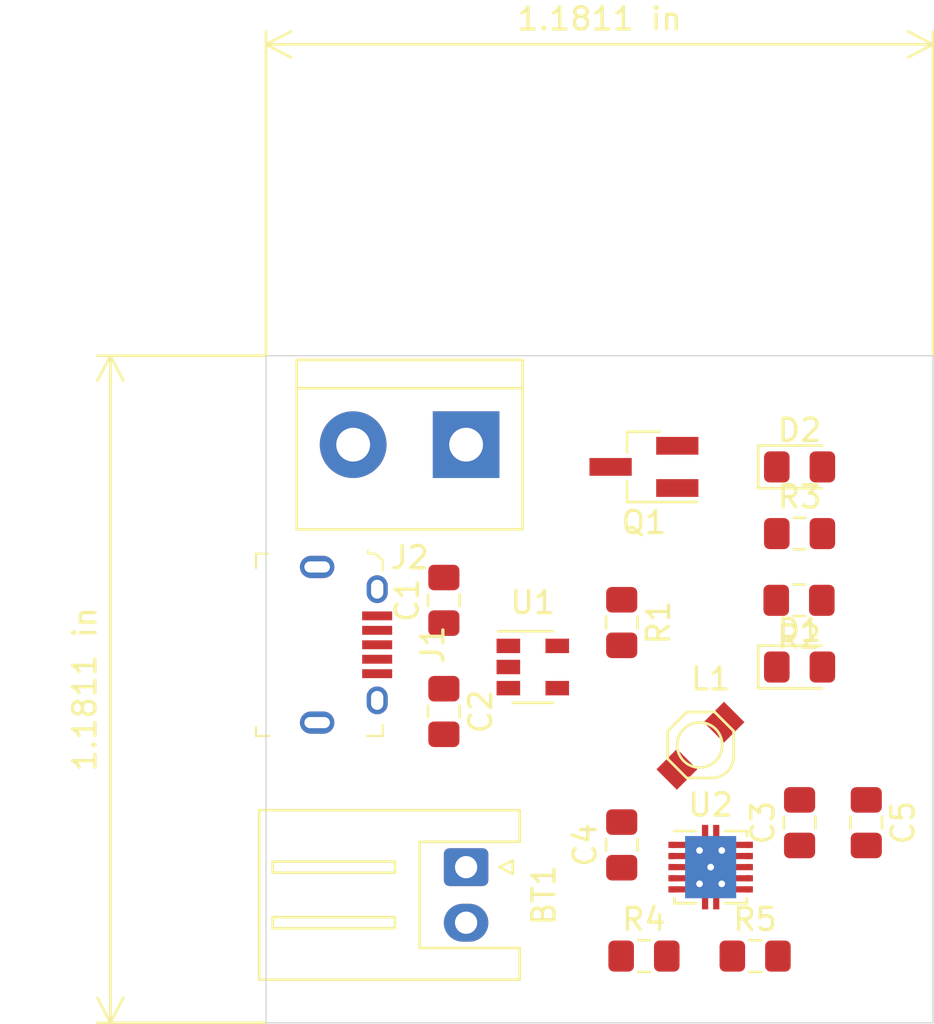
<source format=kicad_pcb>
(kicad_pcb (version 20171130) (host pcbnew "(5.1.2)-2")

  (general
    (thickness 1.6)
    (drawings 6)
    (tracks 0)
    (zones 0)
    (modules 19)
    (nets 13)
  )

  (page A4)
  (layers
    (0 F.Cu signal)
    (31 B.Cu signal)
    (32 B.Adhes user)
    (33 F.Adhes user)
    (34 B.Paste user)
    (35 F.Paste user)
    (36 B.SilkS user)
    (37 F.SilkS user)
    (38 B.Mask user)
    (39 F.Mask user)
    (40 Dwgs.User user)
    (41 Cmts.User user)
    (42 Eco1.User user)
    (43 Eco2.User user)
    (44 Edge.Cuts user)
    (45 Margin user)
    (46 B.CrtYd user)
    (47 F.CrtYd user)
    (48 B.Fab user)
    (49 F.Fab user)
  )

  (setup
    (last_trace_width 0.25)
    (trace_clearance 0.2)
    (zone_clearance 0.508)
    (zone_45_only no)
    (trace_min 0.2)
    (via_size 0.8)
    (via_drill 0.4)
    (via_min_size 0.4)
    (via_min_drill 0.3)
    (uvia_size 0.3)
    (uvia_drill 0.1)
    (uvias_allowed no)
    (uvia_min_size 0.2)
    (uvia_min_drill 0.1)
    (edge_width 0.05)
    (segment_width 0.2)
    (pcb_text_width 0.3)
    (pcb_text_size 1.5 1.5)
    (mod_edge_width 0.12)
    (mod_text_size 1 1)
    (mod_text_width 0.15)
    (pad_size 1.524 1.524)
    (pad_drill 0.762)
    (pad_to_mask_clearance 0.051)
    (solder_mask_min_width 0.25)
    (aux_axis_origin 0 0)
    (visible_elements 7FFFFFFF)
    (pcbplotparams
      (layerselection 0x010fc_ffffffff)
      (usegerberextensions false)
      (usegerberattributes false)
      (usegerberadvancedattributes false)
      (creategerberjobfile false)
      (excludeedgelayer true)
      (linewidth 0.100000)
      (plotframeref false)
      (viasonmask false)
      (mode 1)
      (useauxorigin false)
      (hpglpennumber 1)
      (hpglpenspeed 20)
      (hpglpendiameter 15.000000)
      (psnegative false)
      (psa4output false)
      (plotreference true)
      (plotvalue true)
      (plotinvisibletext false)
      (padsonsilk false)
      (subtractmaskfromsilk false)
      (outputformat 1)
      (mirror false)
      (drillshape 1)
      (scaleselection 1)
      (outputdirectory ""))
  )

  (net 0 "")
  (net 1 GND)
  (net 2 "Net-(BT1-Pad1)")
  (net 3 "Net-(C1-Pad1)")
  (net 4 "Net-(C3-Pad1)")
  (net 5 "Net-(C4-Pad1)")
  (net 6 5V_OUT)
  (net 7 "Net-(D1-Pad1)")
  (net 8 "Net-(J1-Pad2)")
  (net 9 "Net-(L1-Pad2)")
  (net 10 "Net-(R1-Pad2)")
  (net 11 "Net-(R2-Pad1)")
  (net 12 "Net-(R4-Pad2)")

  (net_class Default "This is the default net class."
    (clearance 0.2)
    (trace_width 0.25)
    (via_dia 0.8)
    (via_drill 0.4)
    (uvia_dia 0.3)
    (uvia_drill 0.1)
    (add_net 5V_OUT)
    (add_net GND)
    (add_net "Net-(BT1-Pad1)")
    (add_net "Net-(C1-Pad1)")
    (add_net "Net-(C3-Pad1)")
    (add_net "Net-(C4-Pad1)")
    (add_net "Net-(D1-Pad1)")
    (add_net "Net-(J1-Pad2)")
    (add_net "Net-(L1-Pad2)")
    (add_net "Net-(R1-Pad2)")
    (add_net "Net-(R2-Pad1)")
    (add_net "Net-(R4-Pad2)")
  )

  (module Capacitor_SMD:C_0805_2012Metric_Pad1.15x1.40mm_HandSolder (layer F.Cu) (tedit 5B36C52B) (tstamp 5D7FB1D8)
    (at 50 45 90)
    (descr "Capacitor SMD 0805 (2012 Metric), square (rectangular) end terminal, IPC_7351 nominal with elongated pad for handsoldering. (Body size source: https://docs.google.com/spreadsheets/d/1BsfQQcO9C6DZCsRaXUlFlo91Tg2WpOkGARC1WS5S8t0/edit?usp=sharing), generated with kicad-footprint-generator")
    (tags "capacitor handsolder")
    (path /5D7EFF4A)
    (attr smd)
    (fp_text reference C1 (at 0 -1.65 90) (layer F.SilkS)
      (effects (font (size 1 1) (thickness 0.15)))
    )
    (fp_text value 4.7uF (at 0 1.65 90) (layer F.Fab)
      (effects (font (size 1 1) (thickness 0.15)))
    )
    (fp_text user %R (at 0 0 90) (layer F.Fab)
      (effects (font (size 0.5 0.5) (thickness 0.08)))
    )
    (fp_line (start 1.85 0.95) (end -1.85 0.95) (layer F.CrtYd) (width 0.05))
    (fp_line (start 1.85 -0.95) (end 1.85 0.95) (layer F.CrtYd) (width 0.05))
    (fp_line (start -1.85 -0.95) (end 1.85 -0.95) (layer F.CrtYd) (width 0.05))
    (fp_line (start -1.85 0.95) (end -1.85 -0.95) (layer F.CrtYd) (width 0.05))
    (fp_line (start -0.261252 0.71) (end 0.261252 0.71) (layer F.SilkS) (width 0.12))
    (fp_line (start -0.261252 -0.71) (end 0.261252 -0.71) (layer F.SilkS) (width 0.12))
    (fp_line (start 1 0.6) (end -1 0.6) (layer F.Fab) (width 0.1))
    (fp_line (start 1 -0.6) (end 1 0.6) (layer F.Fab) (width 0.1))
    (fp_line (start -1 -0.6) (end 1 -0.6) (layer F.Fab) (width 0.1))
    (fp_line (start -1 0.6) (end -1 -0.6) (layer F.Fab) (width 0.1))
    (pad 2 smd roundrect (at 1.025 0 90) (size 1.15 1.4) (layers F.Cu F.Paste F.Mask) (roundrect_rratio 0.217391)
      (net 1 GND))
    (pad 1 smd roundrect (at -1.025 0 90) (size 1.15 1.4) (layers F.Cu F.Paste F.Mask) (roundrect_rratio 0.217391)
      (net 3 "Net-(C1-Pad1)"))
    (model ${KISYS3DMOD}/Capacitor_SMD.3dshapes/C_0805_2012Metric.wrl
      (at (xyz 0 0 0))
      (scale (xyz 1 1 1))
      (rotate (xyz 0 0 0))
    )
  )

  (module Capacitor_SMD:C_0805_2012Metric_Pad1.15x1.40mm_HandSolder (layer F.Cu) (tedit 5B36C52B) (tstamp 5D7FB1E9)
    (at 50 50 270)
    (descr "Capacitor SMD 0805 (2012 Metric), square (rectangular) end terminal, IPC_7351 nominal with elongated pad for handsoldering. (Body size source: https://docs.google.com/spreadsheets/d/1BsfQQcO9C6DZCsRaXUlFlo91Tg2WpOkGARC1WS5S8t0/edit?usp=sharing), generated with kicad-footprint-generator")
    (tags "capacitor handsolder")
    (path /5D7F8B78)
    (attr smd)
    (fp_text reference C2 (at 0 -1.65 90) (layer F.SilkS)
      (effects (font (size 1 1) (thickness 0.15)))
    )
    (fp_text value 4.7uF (at 0 1.65 90) (layer F.Fab)
      (effects (font (size 1 1) (thickness 0.15)))
    )
    (fp_line (start -1 0.6) (end -1 -0.6) (layer F.Fab) (width 0.1))
    (fp_line (start -1 -0.6) (end 1 -0.6) (layer F.Fab) (width 0.1))
    (fp_line (start 1 -0.6) (end 1 0.6) (layer F.Fab) (width 0.1))
    (fp_line (start 1 0.6) (end -1 0.6) (layer F.Fab) (width 0.1))
    (fp_line (start -0.261252 -0.71) (end 0.261252 -0.71) (layer F.SilkS) (width 0.12))
    (fp_line (start -0.261252 0.71) (end 0.261252 0.71) (layer F.SilkS) (width 0.12))
    (fp_line (start -1.85 0.95) (end -1.85 -0.95) (layer F.CrtYd) (width 0.05))
    (fp_line (start -1.85 -0.95) (end 1.85 -0.95) (layer F.CrtYd) (width 0.05))
    (fp_line (start 1.85 -0.95) (end 1.85 0.95) (layer F.CrtYd) (width 0.05))
    (fp_line (start 1.85 0.95) (end -1.85 0.95) (layer F.CrtYd) (width 0.05))
    (fp_text user %R (at 0 0 90) (layer F.Fab)
      (effects (font (size 0.5 0.5) (thickness 0.08)))
    )
    (pad 1 smd roundrect (at -1.025 0 270) (size 1.15 1.4) (layers F.Cu F.Paste F.Mask) (roundrect_rratio 0.217391)
      (net 2 "Net-(BT1-Pad1)"))
    (pad 2 smd roundrect (at 1.025 0 270) (size 1.15 1.4) (layers F.Cu F.Paste F.Mask) (roundrect_rratio 0.217391)
      (net 1 GND))
    (model ${KISYS3DMOD}/Capacitor_SMD.3dshapes/C_0805_2012Metric.wrl
      (at (xyz 0 0 0))
      (scale (xyz 1 1 1))
      (rotate (xyz 0 0 0))
    )
  )

  (module Capacitor_SMD:C_0805_2012Metric_Pad1.15x1.40mm_HandSolder (layer F.Cu) (tedit 5B36C52B) (tstamp 5D7FB1FA)
    (at 66 55 90)
    (descr "Capacitor SMD 0805 (2012 Metric), square (rectangular) end terminal, IPC_7351 nominal with elongated pad for handsoldering. (Body size source: https://docs.google.com/spreadsheets/d/1BsfQQcO9C6DZCsRaXUlFlo91Tg2WpOkGARC1WS5S8t0/edit?usp=sharing), generated with kicad-footprint-generator")
    (tags "capacitor handsolder")
    (path /5D7BF506)
    (attr smd)
    (fp_text reference C3 (at 0 -1.65 90) (layer F.SilkS)
      (effects (font (size 1 1) (thickness 0.15)))
    )
    (fp_text value 4.7uF (at 0 1.65 90) (layer F.Fab)
      (effects (font (size 1 1) (thickness 0.15)))
    )
    (fp_line (start -1 0.6) (end -1 -0.6) (layer F.Fab) (width 0.1))
    (fp_line (start -1 -0.6) (end 1 -0.6) (layer F.Fab) (width 0.1))
    (fp_line (start 1 -0.6) (end 1 0.6) (layer F.Fab) (width 0.1))
    (fp_line (start 1 0.6) (end -1 0.6) (layer F.Fab) (width 0.1))
    (fp_line (start -0.261252 -0.71) (end 0.261252 -0.71) (layer F.SilkS) (width 0.12))
    (fp_line (start -0.261252 0.71) (end 0.261252 0.71) (layer F.SilkS) (width 0.12))
    (fp_line (start -1.85 0.95) (end -1.85 -0.95) (layer F.CrtYd) (width 0.05))
    (fp_line (start -1.85 -0.95) (end 1.85 -0.95) (layer F.CrtYd) (width 0.05))
    (fp_line (start 1.85 -0.95) (end 1.85 0.95) (layer F.CrtYd) (width 0.05))
    (fp_line (start 1.85 0.95) (end -1.85 0.95) (layer F.CrtYd) (width 0.05))
    (fp_text user %R (at 0 0 90) (layer F.Fab)
      (effects (font (size 0.5 0.5) (thickness 0.08)))
    )
    (pad 1 smd roundrect (at -1.025 0 90) (size 1.15 1.4) (layers F.Cu F.Paste F.Mask) (roundrect_rratio 0.217391)
      (net 4 "Net-(C3-Pad1)"))
    (pad 2 smd roundrect (at 1.025 0 90) (size 1.15 1.4) (layers F.Cu F.Paste F.Mask) (roundrect_rratio 0.217391)
      (net 1 GND))
    (model ${KISYS3DMOD}/Capacitor_SMD.3dshapes/C_0805_2012Metric.wrl
      (at (xyz 0 0 0))
      (scale (xyz 1 1 1))
      (rotate (xyz 0 0 0))
    )
  )

  (module Capacitor_SMD:C_0805_2012Metric_Pad1.15x1.40mm_HandSolder (layer F.Cu) (tedit 5B36C52B) (tstamp 5D7FD426)
    (at 58 56 90)
    (descr "Capacitor SMD 0805 (2012 Metric), square (rectangular) end terminal, IPC_7351 nominal with elongated pad for handsoldering. (Body size source: https://docs.google.com/spreadsheets/d/1BsfQQcO9C6DZCsRaXUlFlo91Tg2WpOkGARC1WS5S8t0/edit?usp=sharing), generated with kicad-footprint-generator")
    (tags "capacitor handsolder")
    (path /5D7BC787)
    (attr smd)
    (fp_text reference C4 (at 0 -1.65 90) (layer F.SilkS)
      (effects (font (size 1 1) (thickness 0.15)))
    )
    (fp_text value 1uF (at 0 1.65 90) (layer F.Fab)
      (effects (font (size 1 1) (thickness 0.15)))
    )
    (fp_text user %R (at 0 0 90) (layer F.Fab)
      (effects (font (size 0.5 0.5) (thickness 0.08)))
    )
    (fp_line (start 1.85 0.95) (end -1.85 0.95) (layer F.CrtYd) (width 0.05))
    (fp_line (start 1.85 -0.95) (end 1.85 0.95) (layer F.CrtYd) (width 0.05))
    (fp_line (start -1.85 -0.95) (end 1.85 -0.95) (layer F.CrtYd) (width 0.05))
    (fp_line (start -1.85 0.95) (end -1.85 -0.95) (layer F.CrtYd) (width 0.05))
    (fp_line (start -0.261252 0.71) (end 0.261252 0.71) (layer F.SilkS) (width 0.12))
    (fp_line (start -0.261252 -0.71) (end 0.261252 -0.71) (layer F.SilkS) (width 0.12))
    (fp_line (start 1 0.6) (end -1 0.6) (layer F.Fab) (width 0.1))
    (fp_line (start 1 -0.6) (end 1 0.6) (layer F.Fab) (width 0.1))
    (fp_line (start -1 -0.6) (end 1 -0.6) (layer F.Fab) (width 0.1))
    (fp_line (start -1 0.6) (end -1 -0.6) (layer F.Fab) (width 0.1))
    (pad 2 smd roundrect (at 1.025 0 90) (size 1.15 1.4) (layers F.Cu F.Paste F.Mask) (roundrect_rratio 0.217391)
      (net 1 GND))
    (pad 1 smd roundrect (at -1.025 0 90) (size 1.15 1.4) (layers F.Cu F.Paste F.Mask) (roundrect_rratio 0.217391)
      (net 5 "Net-(C4-Pad1)"))
    (model ${KISYS3DMOD}/Capacitor_SMD.3dshapes/C_0805_2012Metric.wrl
      (at (xyz 0 0 0))
      (scale (xyz 1 1 1))
      (rotate (xyz 0 0 0))
    )
  )

  (module Capacitor_SMD:C_0805_2012Metric_Pad1.15x1.40mm_HandSolder (layer F.Cu) (tedit 5B36C52B) (tstamp 5D7FD75E)
    (at 69 55 270)
    (descr "Capacitor SMD 0805 (2012 Metric), square (rectangular) end terminal, IPC_7351 nominal with elongated pad for handsoldering. (Body size source: https://docs.google.com/spreadsheets/d/1BsfQQcO9C6DZCsRaXUlFlo91Tg2WpOkGARC1WS5S8t0/edit?usp=sharing), generated with kicad-footprint-generator")
    (tags "capacitor handsolder")
    (path /5D7C1597)
    (attr smd)
    (fp_text reference C5 (at 0 -1.65 90) (layer F.SilkS)
      (effects (font (size 1 1) (thickness 0.15)))
    )
    (fp_text value 22uF (at 0 1.65 90) (layer F.Fab)
      (effects (font (size 1 1) (thickness 0.15)))
    )
    (fp_line (start -1 0.6) (end -1 -0.6) (layer F.Fab) (width 0.1))
    (fp_line (start -1 -0.6) (end 1 -0.6) (layer F.Fab) (width 0.1))
    (fp_line (start 1 -0.6) (end 1 0.6) (layer F.Fab) (width 0.1))
    (fp_line (start 1 0.6) (end -1 0.6) (layer F.Fab) (width 0.1))
    (fp_line (start -0.261252 -0.71) (end 0.261252 -0.71) (layer F.SilkS) (width 0.12))
    (fp_line (start -0.261252 0.71) (end 0.261252 0.71) (layer F.SilkS) (width 0.12))
    (fp_line (start -1.85 0.95) (end -1.85 -0.95) (layer F.CrtYd) (width 0.05))
    (fp_line (start -1.85 -0.95) (end 1.85 -0.95) (layer F.CrtYd) (width 0.05))
    (fp_line (start 1.85 -0.95) (end 1.85 0.95) (layer F.CrtYd) (width 0.05))
    (fp_line (start 1.85 0.95) (end -1.85 0.95) (layer F.CrtYd) (width 0.05))
    (fp_text user %R (at 0 0 90) (layer F.Fab)
      (effects (font (size 0.5 0.5) (thickness 0.08)))
    )
    (pad 1 smd roundrect (at -1.025 0 270) (size 1.15 1.4) (layers F.Cu F.Paste F.Mask) (roundrect_rratio 0.217391)
      (net 6 5V_OUT))
    (pad 2 smd roundrect (at 1.025 0 270) (size 1.15 1.4) (layers F.Cu F.Paste F.Mask) (roundrect_rratio 0.217391)
      (net 1 GND))
    (model ${KISYS3DMOD}/Capacitor_SMD.3dshapes/C_0805_2012Metric.wrl
      (at (xyz 0 0 0))
      (scale (xyz 1 1 1))
      (rotate (xyz 0 0 0))
    )
  )

  (module LED_SMD:LED_0805_2012Metric_Pad1.15x1.40mm_HandSolder (layer F.Cu) (tedit 5B4B45C9) (tstamp 5D7FB22F)
    (at 66 48)
    (descr "LED SMD 0805 (2012 Metric), square (rectangular) end terminal, IPC_7351 nominal, (Body size source: https://docs.google.com/spreadsheets/d/1BsfQQcO9C6DZCsRaXUlFlo91Tg2WpOkGARC1WS5S8t0/edit?usp=sharing), generated with kicad-footprint-generator")
    (tags "LED handsolder")
    (path /5D8DAD41)
    (attr smd)
    (fp_text reference D1 (at 0 -1.65) (layer F.SilkS)
      (effects (font (size 1 1) (thickness 0.15)))
    )
    (fp_text value LED (at 0 1.65) (layer F.Fab)
      (effects (font (size 1 1) (thickness 0.15)))
    )
    (fp_line (start 1 -0.6) (end -0.7 -0.6) (layer F.Fab) (width 0.1))
    (fp_line (start -0.7 -0.6) (end -1 -0.3) (layer F.Fab) (width 0.1))
    (fp_line (start -1 -0.3) (end -1 0.6) (layer F.Fab) (width 0.1))
    (fp_line (start -1 0.6) (end 1 0.6) (layer F.Fab) (width 0.1))
    (fp_line (start 1 0.6) (end 1 -0.6) (layer F.Fab) (width 0.1))
    (fp_line (start 1 -0.96) (end -1.86 -0.96) (layer F.SilkS) (width 0.12))
    (fp_line (start -1.86 -0.96) (end -1.86 0.96) (layer F.SilkS) (width 0.12))
    (fp_line (start -1.86 0.96) (end 1 0.96) (layer F.SilkS) (width 0.12))
    (fp_line (start -1.85 0.95) (end -1.85 -0.95) (layer F.CrtYd) (width 0.05))
    (fp_line (start -1.85 -0.95) (end 1.85 -0.95) (layer F.CrtYd) (width 0.05))
    (fp_line (start 1.85 -0.95) (end 1.85 0.95) (layer F.CrtYd) (width 0.05))
    (fp_line (start 1.85 0.95) (end -1.85 0.95) (layer F.CrtYd) (width 0.05))
    (fp_text user %R (at 0 0) (layer F.Fab)
      (effects (font (size 0.5 0.5) (thickness 0.08)))
    )
    (pad 1 smd roundrect (at -1.025 0) (size 1.15 1.4) (layers F.Cu F.Paste F.Mask) (roundrect_rratio 0.217391)
      (net 7 "Net-(D1-Pad1)"))
    (pad 2 smd roundrect (at 1.025 0) (size 1.15 1.4) (layers F.Cu F.Paste F.Mask) (roundrect_rratio 0.217391)
      (net 3 "Net-(C1-Pad1)"))
    (model ${KISYS3DMOD}/LED_SMD.3dshapes/LED_0805_2012Metric.wrl
      (at (xyz 0 0 0))
      (scale (xyz 1 1 1))
      (rotate (xyz 0 0 0))
    )
  )

  (module Diode_SMD:D_0805_2012Metric_Pad1.15x1.40mm_HandSolder (layer F.Cu) (tedit 5B4B45C8) (tstamp 5D7FB242)
    (at 66 39)
    (descr "Diode SMD 0805 (2012 Metric), square (rectangular) end terminal, IPC_7351 nominal, (Body size source: https://docs.google.com/spreadsheets/d/1BsfQQcO9C6DZCsRaXUlFlo91Tg2WpOkGARC1WS5S8t0/edit?usp=sharing), generated with kicad-footprint-generator")
    (tags "diode handsolder")
    (path /5D8359C4)
    (attr smd)
    (fp_text reference D2 (at 0 -1.65) (layer F.SilkS)
      (effects (font (size 1 1) (thickness 0.15)))
    )
    (fp_text value D_Schottky (at 0 1.65) (layer F.Fab)
      (effects (font (size 1 1) (thickness 0.15)))
    )
    (fp_line (start 1 -0.6) (end -0.7 -0.6) (layer F.Fab) (width 0.1))
    (fp_line (start -0.7 -0.6) (end -1 -0.3) (layer F.Fab) (width 0.1))
    (fp_line (start -1 -0.3) (end -1 0.6) (layer F.Fab) (width 0.1))
    (fp_line (start -1 0.6) (end 1 0.6) (layer F.Fab) (width 0.1))
    (fp_line (start 1 0.6) (end 1 -0.6) (layer F.Fab) (width 0.1))
    (fp_line (start 1 -0.96) (end -1.86 -0.96) (layer F.SilkS) (width 0.12))
    (fp_line (start -1.86 -0.96) (end -1.86 0.96) (layer F.SilkS) (width 0.12))
    (fp_line (start -1.86 0.96) (end 1 0.96) (layer F.SilkS) (width 0.12))
    (fp_line (start -1.85 0.95) (end -1.85 -0.95) (layer F.CrtYd) (width 0.05))
    (fp_line (start -1.85 -0.95) (end 1.85 -0.95) (layer F.CrtYd) (width 0.05))
    (fp_line (start 1.85 -0.95) (end 1.85 0.95) (layer F.CrtYd) (width 0.05))
    (fp_line (start 1.85 0.95) (end -1.85 0.95) (layer F.CrtYd) (width 0.05))
    (fp_text user %R (at 0 0) (layer F.Fab)
      (effects (font (size 0.5 0.5) (thickness 0.08)))
    )
    (pad 1 smd roundrect (at -1.025 0) (size 1.15 1.4) (layers F.Cu F.Paste F.Mask) (roundrect_rratio 0.217391)
      (net 6 5V_OUT))
    (pad 2 smd roundrect (at 1.025 0) (size 1.15 1.4) (layers F.Cu F.Paste F.Mask) (roundrect_rratio 0.217391)
      (net 3 "Net-(C1-Pad1)"))
    (model ${KISYS3DMOD}/Diode_SMD.3dshapes/D_0805_2012Metric.wrl
      (at (xyz 0 0 0))
      (scale (xyz 1 1 1))
      (rotate (xyz 0 0 0))
    )
  )

  (module digikey-footprints:USB_Micro_B_Female_10118194-0001LF (layer F.Cu) (tedit 5D28ADCC) (tstamp 5D7FB263)
    (at 47 47 270)
    (descr http://portal.fciconnect.com/Comergent//fci/drawing/10118194.pdf)
    (path /5D7D3E88)
    (attr smd)
    (fp_text reference J1 (at 0 -2.5 90) (layer F.SilkS)
      (effects (font (size 1 1) (thickness 0.15)))
    )
    (fp_text value 10118194-0001LF (at 0 7 90) (layer F.Fab)
      (effects (font (size 1 1) (thickness 0.15)))
    )
    (fp_line (start 4.5 5.75) (end 4.5 -1) (layer F.CrtYd) (width 0.05))
    (fp_line (start -4.5 5.75) (end 4.5 5.75) (layer F.CrtYd) (width 0.05))
    (fp_line (start -4.5 5.75) (end -4.5 -1) (layer F.CrtYd) (width 0.05))
    (fp_line (start -4.5 -1) (end 4.5 -1) (layer F.CrtYd) (width 0.05))
    (fp_line (start -4.1 4.9) (end -4.1 5.45) (layer F.SilkS) (width 0.1))
    (fp_line (start -4.1 5.45) (end -3.45 5.45) (layer F.SilkS) (width 0.1))
    (fp_line (start 4.1 4.85) (end 4.1 5.45) (layer F.SilkS) (width 0.1))
    (fp_line (start 4.1 5.45) (end 3.7 5.45) (layer F.SilkS) (width 0.1))
    (fp_line (start 3.6 -0.25) (end 4.1 -0.25) (layer F.SilkS) (width 0.1))
    (fp_line (start 4.1 -0.25) (end 4.1 0.45) (layer F.SilkS) (width 0.1))
    (fp_line (start -3.35 -0.25) (end -3.8 -0.25) (layer F.SilkS) (width 0.1))
    (fp_line (start -3.8 -0.25) (end -4.1 0.1) (layer F.SilkS) (width 0.1))
    (fp_line (start -4.1 0.1) (end -4.1 0.4) (layer F.SilkS) (width 0.1))
    (fp_line (start -4.1 0.4) (end -4.25 0.4) (layer F.SilkS) (width 0.1))
    (fp_line (start -4.03 5.38) (end -4.02 0.23) (layer F.Fab) (width 0.1))
    (fp_line (start 4.02 -0.15) (end -3.71 -0.15) (layer F.Fab) (width 0.1))
    (fp_line (start -4.02 0.23) (end -3.71 -0.15) (layer F.Fab) (width 0.1))
    (fp_text user %R (at 0 2.84 90) (layer F.Fab)
      (effects (font (size 1 1) (thickness 0.15)))
    )
    (fp_line (start -4.025 5.38) (end 4.025 5.38) (layer F.Fab) (width 0.1))
    (fp_line (start 4.025 5.38) (end 4.025 -0.15) (layer F.Fab) (width 0.1))
    (pad 3 smd rect (at 0 0 270) (size 0.4 1.35) (layers F.Cu F.Paste F.Mask)
      (net 8 "Net-(J1-Pad2)"))
    (pad 4 smd rect (at 0.65 0 270) (size 0.4 1.35) (layers F.Cu F.Paste F.Mask)
      (net 1 GND))
    (pad 5 smd rect (at 1.3 0 270) (size 0.4 1.35) (layers F.Cu F.Paste F.Mask)
      (net 1 GND))
    (pad 2 smd rect (at -0.65 0 270) (size 0.4 1.35) (layers F.Cu F.Paste F.Mask)
      (net 8 "Net-(J1-Pad2)"))
    (pad 1 smd rect (at -1.3 0 270) (size 0.4 1.35) (layers F.Cu F.Paste F.Mask)
      (net 3 "Net-(C1-Pad1)"))
    (pad SH thru_hole oval (at 2.5 0 270) (size 1.25 0.95) (drill oval 0.85 0.55) (layers *.Cu *.Mask)
      (net 1 GND))
    (pad SH thru_hole oval (at -2.5 0 270) (size 1.25 0.95) (drill oval 0.85 0.55) (layers *.Cu *.Mask)
      (net 1 GND))
    (pad SH thru_hole oval (at -3.5 2.7 270) (size 1 1.55) (drill oval 0.5 1.15) (layers *.Cu *.Mask)
      (net 1 GND))
    (pad SH thru_hole oval (at 3.5 2.7 270) (size 1 1.55) (drill oval 0.5 1.15) (layers *.Cu *.Mask)
      (net 1 GND))
  )

  (module TerminalBlock:TerminalBlock_bornier-2_P5.08mm (layer F.Cu) (tedit 59FF03AB) (tstamp 5D7FB278)
    (at 51 38 180)
    (descr "simple 2-pin terminal block, pitch 5.08mm, revamped version of bornier2")
    (tags "terminal block bornier2")
    (path /5D8F8221)
    (fp_text reference J2 (at 2.54 -5.08) (layer F.SilkS)
      (effects (font (size 1 1) (thickness 0.15)))
    )
    (fp_text value Conn_01x02 (at 2.54 5.08) (layer F.Fab)
      (effects (font (size 1 1) (thickness 0.15)))
    )
    (fp_text user %R (at 2.54 0) (layer F.Fab)
      (effects (font (size 1 1) (thickness 0.15)))
    )
    (fp_line (start -2.41 2.55) (end 7.49 2.55) (layer F.Fab) (width 0.1))
    (fp_line (start -2.46 -3.75) (end -2.46 3.75) (layer F.Fab) (width 0.1))
    (fp_line (start -2.46 3.75) (end 7.54 3.75) (layer F.Fab) (width 0.1))
    (fp_line (start 7.54 3.75) (end 7.54 -3.75) (layer F.Fab) (width 0.1))
    (fp_line (start 7.54 -3.75) (end -2.46 -3.75) (layer F.Fab) (width 0.1))
    (fp_line (start 7.62 2.54) (end -2.54 2.54) (layer F.SilkS) (width 0.12))
    (fp_line (start 7.62 3.81) (end 7.62 -3.81) (layer F.SilkS) (width 0.12))
    (fp_line (start 7.62 -3.81) (end -2.54 -3.81) (layer F.SilkS) (width 0.12))
    (fp_line (start -2.54 -3.81) (end -2.54 3.81) (layer F.SilkS) (width 0.12))
    (fp_line (start -2.54 3.81) (end 7.62 3.81) (layer F.SilkS) (width 0.12))
    (fp_line (start -2.71 -4) (end 7.79 -4) (layer F.CrtYd) (width 0.05))
    (fp_line (start -2.71 -4) (end -2.71 4) (layer F.CrtYd) (width 0.05))
    (fp_line (start 7.79 4) (end 7.79 -4) (layer F.CrtYd) (width 0.05))
    (fp_line (start 7.79 4) (end -2.71 4) (layer F.CrtYd) (width 0.05))
    (pad 1 thru_hole rect (at 0 0 180) (size 3 3) (drill 1.52) (layers *.Cu *.Mask)
      (net 3 "Net-(C1-Pad1)"))
    (pad 2 thru_hole circle (at 5.08 0 180) (size 3 3) (drill 1.52) (layers *.Cu *.Mask)
      (net 1 GND))
    (model ${KISYS3DMOD}/TerminalBlock.3dshapes/TerminalBlock_bornier-2_P5.08mm.wrl
      (offset (xyz 2.539999961853027 0 0))
      (scale (xyz 1 1 1))
      (rotate (xyz 0 0 0))
    )
  )

  (module lithium_ion_charging_block:CDRH2D18 (layer F.Cu) (tedit 5D7F4B5E) (tstamp 5D7FD1D0)
    (at 62 52 45)
    (path /5D7BDF90)
    (fp_text reference L1 (at 2.452954 -2.452954) (layer F.SilkS)
      (effects (font (size 1 1) (thickness 0.15)))
    )
    (fp_text value 2.2uH (at 1.745847 -1.745847) (layer F.Fab)
      (effects (font (size 1 1) (thickness 0.15)))
    )
    (fp_circle (center 0 -0.6985) (end 0 0.3175) (layer F.SilkS) (width 0.12))
    (fp_line (start 1.524 -0.0635) (end 0.635125 0.825665) (layer F.SilkS) (width 0.12))
    (fp_line (start -0.5715 0.8255) (end -1.4605 -0.0635) (layer F.SilkS) (width 0.12))
    (fp_line (start -0.5715 -2.159) (end -1.4605 -1.27) (layer F.SilkS) (width 0.12))
    (fp_line (start 1.524 -1.27) (end 0.635 -2.159) (layer F.SilkS) (width 0.12))
    (fp_line (start 1.524 -1.27) (end 1.524 -0.0635) (layer F.SilkS) (width 0.12))
    (fp_line (start -1.4605 -1.27) (end -1.4605 -0.0635) (layer F.SilkS) (width 0.12))
    (fp_line (start -0.5715 -2.159) (end 0.635 -2.159) (layer F.SilkS) (width 0.12))
    (fp_arc (start 0.031922 0.024774) (end -0.5715 0.8255) (angle -74) (layer F.SilkS) (width 0.12))
    (pad 1 smd rect (at -1.5 -0.65 45) (size 1.3 1.3) (layers F.Cu F.Paste F.Mask)
      (net 4 "Net-(C3-Pad1)"))
    (pad 2 smd rect (at 1.5 -0.65 45) (size 1.3 1.3) (layers F.Cu F.Paste F.Mask)
      (net 9 "Net-(L1-Pad2)"))
  )

  (module Resistor_SMD:R_0805_2012Metric_Pad1.15x1.40mm_HandSolder (layer F.Cu) (tedit 5B36C52B) (tstamp 5D7FC5E2)
    (at 58 46 270)
    (descr "Resistor SMD 0805 (2012 Metric), square (rectangular) end terminal, IPC_7351 nominal with elongated pad for handsoldering. (Body size source: https://docs.google.com/spreadsheets/d/1BsfQQcO9C6DZCsRaXUlFlo91Tg2WpOkGARC1WS5S8t0/edit?usp=sharing), generated with kicad-footprint-generator")
    (tags "resistor handsolder")
    (path /5D7EA669)
    (attr smd)
    (fp_text reference R1 (at 0 -1.65 90) (layer F.SilkS)
      (effects (font (size 1 1) (thickness 0.15)))
    )
    (fp_text value 2K (at 0 1.65 90) (layer F.Fab)
      (effects (font (size 1 1) (thickness 0.15)))
    )
    (fp_line (start -1 0.6) (end -1 -0.6) (layer F.Fab) (width 0.1))
    (fp_line (start -1 -0.6) (end 1 -0.6) (layer F.Fab) (width 0.1))
    (fp_line (start 1 -0.6) (end 1 0.6) (layer F.Fab) (width 0.1))
    (fp_line (start 1 0.6) (end -1 0.6) (layer F.Fab) (width 0.1))
    (fp_line (start -0.261252 -0.71) (end 0.261252 -0.71) (layer F.SilkS) (width 0.12))
    (fp_line (start -0.261252 0.71) (end 0.261252 0.71) (layer F.SilkS) (width 0.12))
    (fp_line (start -1.85 0.95) (end -1.85 -0.95) (layer F.CrtYd) (width 0.05))
    (fp_line (start -1.85 -0.95) (end 1.85 -0.95) (layer F.CrtYd) (width 0.05))
    (fp_line (start 1.85 -0.95) (end 1.85 0.95) (layer F.CrtYd) (width 0.05))
    (fp_line (start 1.85 0.95) (end -1.85 0.95) (layer F.CrtYd) (width 0.05))
    (fp_text user %R (at 0 0 90) (layer F.Fab)
      (effects (font (size 0.5 0.5) (thickness 0.08)))
    )
    (pad 1 smd roundrect (at -1.025 0 270) (size 1.15 1.4) (layers F.Cu F.Paste F.Mask) (roundrect_rratio 0.217391)
      (net 1 GND))
    (pad 2 smd roundrect (at 1.025 0 270) (size 1.15 1.4) (layers F.Cu F.Paste F.Mask) (roundrect_rratio 0.217391)
      (net 10 "Net-(R1-Pad2)"))
    (model ${KISYS3DMOD}/Resistor_SMD.3dshapes/R_0805_2012Metric.wrl
      (at (xyz 0 0 0))
      (scale (xyz 1 1 1))
      (rotate (xyz 0 0 0))
    )
  )

  (module Resistor_SMD:R_0805_2012Metric_Pad1.15x1.40mm_HandSolder (layer F.Cu) (tedit 5B36C52B) (tstamp 5D7FB2CD)
    (at 65.975 45 180)
    (descr "Resistor SMD 0805 (2012 Metric), square (rectangular) end terminal, IPC_7351 nominal with elongated pad for handsoldering. (Body size source: https://docs.google.com/spreadsheets/d/1BsfQQcO9C6DZCsRaXUlFlo91Tg2WpOkGARC1WS5S8t0/edit?usp=sharing), generated with kicad-footprint-generator")
    (tags "resistor handsolder")
    (path /5D8DDCE9)
    (attr smd)
    (fp_text reference R2 (at 0 -1.65) (layer F.SilkS)
      (effects (font (size 1 1) (thickness 0.15)))
    )
    (fp_text value R (at 0 1.65) (layer F.Fab)
      (effects (font (size 1 1) (thickness 0.15)))
    )
    (fp_text user %R (at 0 0) (layer F.Fab)
      (effects (font (size 0.5 0.5) (thickness 0.08)))
    )
    (fp_line (start 1.85 0.95) (end -1.85 0.95) (layer F.CrtYd) (width 0.05))
    (fp_line (start 1.85 -0.95) (end 1.85 0.95) (layer F.CrtYd) (width 0.05))
    (fp_line (start -1.85 -0.95) (end 1.85 -0.95) (layer F.CrtYd) (width 0.05))
    (fp_line (start -1.85 0.95) (end -1.85 -0.95) (layer F.CrtYd) (width 0.05))
    (fp_line (start -0.261252 0.71) (end 0.261252 0.71) (layer F.SilkS) (width 0.12))
    (fp_line (start -0.261252 -0.71) (end 0.261252 -0.71) (layer F.SilkS) (width 0.12))
    (fp_line (start 1 0.6) (end -1 0.6) (layer F.Fab) (width 0.1))
    (fp_line (start 1 -0.6) (end 1 0.6) (layer F.Fab) (width 0.1))
    (fp_line (start -1 -0.6) (end 1 -0.6) (layer F.Fab) (width 0.1))
    (fp_line (start -1 0.6) (end -1 -0.6) (layer F.Fab) (width 0.1))
    (pad 2 smd roundrect (at 1.025 0 180) (size 1.15 1.4) (layers F.Cu F.Paste F.Mask) (roundrect_rratio 0.217391)
      (net 7 "Net-(D1-Pad1)"))
    (pad 1 smd roundrect (at -1.025 0 180) (size 1.15 1.4) (layers F.Cu F.Paste F.Mask) (roundrect_rratio 0.217391)
      (net 11 "Net-(R2-Pad1)"))
    (model ${KISYS3DMOD}/Resistor_SMD.3dshapes/R_0805_2012Metric.wrl
      (at (xyz 0 0 0))
      (scale (xyz 1 1 1))
      (rotate (xyz 0 0 0))
    )
  )

  (module Resistor_SMD:R_0805_2012Metric_Pad1.15x1.40mm_HandSolder (layer F.Cu) (tedit 5B36C52B) (tstamp 5D7FB2DE)
    (at 66 42)
    (descr "Resistor SMD 0805 (2012 Metric), square (rectangular) end terminal, IPC_7351 nominal with elongated pad for handsoldering. (Body size source: https://docs.google.com/spreadsheets/d/1BsfQQcO9C6DZCsRaXUlFlo91Tg2WpOkGARC1WS5S8t0/edit?usp=sharing), generated with kicad-footprint-generator")
    (tags "resistor handsolder")
    (path /5D830E18)
    (attr smd)
    (fp_text reference R3 (at 0 -1.65) (layer F.SilkS)
      (effects (font (size 1 1) (thickness 0.15)))
    )
    (fp_text value 10K (at 0 1.65) (layer F.Fab)
      (effects (font (size 1 1) (thickness 0.15)))
    )
    (fp_line (start -1 0.6) (end -1 -0.6) (layer F.Fab) (width 0.1))
    (fp_line (start -1 -0.6) (end 1 -0.6) (layer F.Fab) (width 0.1))
    (fp_line (start 1 -0.6) (end 1 0.6) (layer F.Fab) (width 0.1))
    (fp_line (start 1 0.6) (end -1 0.6) (layer F.Fab) (width 0.1))
    (fp_line (start -0.261252 -0.71) (end 0.261252 -0.71) (layer F.SilkS) (width 0.12))
    (fp_line (start -0.261252 0.71) (end 0.261252 0.71) (layer F.SilkS) (width 0.12))
    (fp_line (start -1.85 0.95) (end -1.85 -0.95) (layer F.CrtYd) (width 0.05))
    (fp_line (start -1.85 -0.95) (end 1.85 -0.95) (layer F.CrtYd) (width 0.05))
    (fp_line (start 1.85 -0.95) (end 1.85 0.95) (layer F.CrtYd) (width 0.05))
    (fp_line (start 1.85 0.95) (end -1.85 0.95) (layer F.CrtYd) (width 0.05))
    (fp_text user %R (at 0 0) (layer F.Fab)
      (effects (font (size 0.5 0.5) (thickness 0.08)))
    )
    (pad 1 smd roundrect (at -1.025 0) (size 1.15 1.4) (layers F.Cu F.Paste F.Mask) (roundrect_rratio 0.217391)
      (net 1 GND))
    (pad 2 smd roundrect (at 1.025 0) (size 1.15 1.4) (layers F.Cu F.Paste F.Mask) (roundrect_rratio 0.217391)
      (net 3 "Net-(C1-Pad1)"))
    (model ${KISYS3DMOD}/Resistor_SMD.3dshapes/R_0805_2012Metric.wrl
      (at (xyz 0 0 0))
      (scale (xyz 1 1 1))
      (rotate (xyz 0 0 0))
    )
  )

  (module Resistor_SMD:R_0805_2012Metric_Pad1.15x1.40mm_HandSolder (layer F.Cu) (tedit 5B36C52B) (tstamp 5D7FB2EF)
    (at 59 61)
    (descr "Resistor SMD 0805 (2012 Metric), square (rectangular) end terminal, IPC_7351 nominal with elongated pad for handsoldering. (Body size source: https://docs.google.com/spreadsheets/d/1BsfQQcO9C6DZCsRaXUlFlo91Tg2WpOkGARC1WS5S8t0/edit?usp=sharing), generated with kicad-footprint-generator")
    (tags "resistor handsolder")
    (path /5D7BAF2E)
    (attr smd)
    (fp_text reference R4 (at 0 -1.65) (layer F.SilkS)
      (effects (font (size 1 1) (thickness 0.15)))
    )
    (fp_text value 2M (at 0 1.65) (layer F.Fab)
      (effects (font (size 1 1) (thickness 0.15)))
    )
    (fp_text user %R (at 0 0) (layer F.Fab)
      (effects (font (size 0.5 0.5) (thickness 0.08)))
    )
    (fp_line (start 1.85 0.95) (end -1.85 0.95) (layer F.CrtYd) (width 0.05))
    (fp_line (start 1.85 -0.95) (end 1.85 0.95) (layer F.CrtYd) (width 0.05))
    (fp_line (start -1.85 -0.95) (end 1.85 -0.95) (layer F.CrtYd) (width 0.05))
    (fp_line (start -1.85 0.95) (end -1.85 -0.95) (layer F.CrtYd) (width 0.05))
    (fp_line (start -0.261252 0.71) (end 0.261252 0.71) (layer F.SilkS) (width 0.12))
    (fp_line (start -0.261252 -0.71) (end 0.261252 -0.71) (layer F.SilkS) (width 0.12))
    (fp_line (start 1 0.6) (end -1 0.6) (layer F.Fab) (width 0.1))
    (fp_line (start 1 -0.6) (end 1 0.6) (layer F.Fab) (width 0.1))
    (fp_line (start -1 -0.6) (end 1 -0.6) (layer F.Fab) (width 0.1))
    (fp_line (start -1 0.6) (end -1 -0.6) (layer F.Fab) (width 0.1))
    (pad 2 smd roundrect (at 1.025 0) (size 1.15 1.4) (layers F.Cu F.Paste F.Mask) (roundrect_rratio 0.217391)
      (net 12 "Net-(R4-Pad2)"))
    (pad 1 smd roundrect (at -1.025 0) (size 1.15 1.4) (layers F.Cu F.Paste F.Mask) (roundrect_rratio 0.217391)
      (net 4 "Net-(C3-Pad1)"))
    (model ${KISYS3DMOD}/Resistor_SMD.3dshapes/R_0805_2012Metric.wrl
      (at (xyz 0 0 0))
      (scale (xyz 1 1 1))
      (rotate (xyz 0 0 0))
    )
  )

  (module Resistor_SMD:R_0805_2012Metric_Pad1.15x1.40mm_HandSolder (layer F.Cu) (tedit 5B36C52B) (tstamp 5D7FB300)
    (at 64 61)
    (descr "Resistor SMD 0805 (2012 Metric), square (rectangular) end terminal, IPC_7351 nominal with elongated pad for handsoldering. (Body size source: https://docs.google.com/spreadsheets/d/1BsfQQcO9C6DZCsRaXUlFlo91Tg2WpOkGARC1WS5S8t0/edit?usp=sharing), generated with kicad-footprint-generator")
    (tags "resistor handsolder")
    (path /5D7BBB23)
    (attr smd)
    (fp_text reference R5 (at 0 -1.65) (layer F.SilkS)
      (effects (font (size 1 1) (thickness 0.15)))
    )
    (fp_text value 180K (at 0 1.65) (layer F.Fab)
      (effects (font (size 1 1) (thickness 0.15)))
    )
    (fp_line (start -1 0.6) (end -1 -0.6) (layer F.Fab) (width 0.1))
    (fp_line (start -1 -0.6) (end 1 -0.6) (layer F.Fab) (width 0.1))
    (fp_line (start 1 -0.6) (end 1 0.6) (layer F.Fab) (width 0.1))
    (fp_line (start 1 0.6) (end -1 0.6) (layer F.Fab) (width 0.1))
    (fp_line (start -0.261252 -0.71) (end 0.261252 -0.71) (layer F.SilkS) (width 0.12))
    (fp_line (start -0.261252 0.71) (end 0.261252 0.71) (layer F.SilkS) (width 0.12))
    (fp_line (start -1.85 0.95) (end -1.85 -0.95) (layer F.CrtYd) (width 0.05))
    (fp_line (start -1.85 -0.95) (end 1.85 -0.95) (layer F.CrtYd) (width 0.05))
    (fp_line (start 1.85 -0.95) (end 1.85 0.95) (layer F.CrtYd) (width 0.05))
    (fp_line (start 1.85 0.95) (end -1.85 0.95) (layer F.CrtYd) (width 0.05))
    (fp_text user %R (at 0 0) (layer F.Fab)
      (effects (font (size 0.5 0.5) (thickness 0.08)))
    )
    (pad 1 smd roundrect (at -1.025 0) (size 1.15 1.4) (layers F.Cu F.Paste F.Mask) (roundrect_rratio 0.217391)
      (net 12 "Net-(R4-Pad2)"))
    (pad 2 smd roundrect (at 1.025 0) (size 1.15 1.4) (layers F.Cu F.Paste F.Mask) (roundrect_rratio 0.217391)
      (net 1 GND))
    (model ${KISYS3DMOD}/Resistor_SMD.3dshapes/R_0805_2012Metric.wrl
      (at (xyz 0 0 0))
      (scale (xyz 1 1 1))
      (rotate (xyz 0 0 0))
    )
  )

  (module Package_TO_SOT_SMD:SOT-23-5 (layer F.Cu) (tedit 5A02FF57) (tstamp 5D7FB315)
    (at 54 48)
    (descr "5-pin SOT23 package")
    (tags SOT-23-5)
    (path /5D7E3074)
    (attr smd)
    (fp_text reference U1 (at 0 -2.9) (layer F.SilkS)
      (effects (font (size 1 1) (thickness 0.15)))
    )
    (fp_text value MCP73831-2-OT (at 0 2.9) (layer F.Fab)
      (effects (font (size 1 1) (thickness 0.15)))
    )
    (fp_text user %R (at 0 0 90) (layer F.Fab)
      (effects (font (size 0.5 0.5) (thickness 0.075)))
    )
    (fp_line (start -0.9 1.61) (end 0.9 1.61) (layer F.SilkS) (width 0.12))
    (fp_line (start 0.9 -1.61) (end -1.55 -1.61) (layer F.SilkS) (width 0.12))
    (fp_line (start -1.9 -1.8) (end 1.9 -1.8) (layer F.CrtYd) (width 0.05))
    (fp_line (start 1.9 -1.8) (end 1.9 1.8) (layer F.CrtYd) (width 0.05))
    (fp_line (start 1.9 1.8) (end -1.9 1.8) (layer F.CrtYd) (width 0.05))
    (fp_line (start -1.9 1.8) (end -1.9 -1.8) (layer F.CrtYd) (width 0.05))
    (fp_line (start -0.9 -0.9) (end -0.25 -1.55) (layer F.Fab) (width 0.1))
    (fp_line (start 0.9 -1.55) (end -0.25 -1.55) (layer F.Fab) (width 0.1))
    (fp_line (start -0.9 -0.9) (end -0.9 1.55) (layer F.Fab) (width 0.1))
    (fp_line (start 0.9 1.55) (end -0.9 1.55) (layer F.Fab) (width 0.1))
    (fp_line (start 0.9 -1.55) (end 0.9 1.55) (layer F.Fab) (width 0.1))
    (pad 1 smd rect (at -1.1 -0.95) (size 1.06 0.65) (layers F.Cu F.Paste F.Mask)
      (net 11 "Net-(R2-Pad1)"))
    (pad 2 smd rect (at -1.1 0) (size 1.06 0.65) (layers F.Cu F.Paste F.Mask)
      (net 1 GND))
    (pad 3 smd rect (at -1.1 0.95) (size 1.06 0.65) (layers F.Cu F.Paste F.Mask)
      (net 2 "Net-(BT1-Pad1)"))
    (pad 4 smd rect (at 1.1 0.95) (size 1.06 0.65) (layers F.Cu F.Paste F.Mask)
      (net 3 "Net-(C1-Pad1)"))
    (pad 5 smd rect (at 1.1 -0.95) (size 1.06 0.65) (layers F.Cu F.Paste F.Mask)
      (net 10 "Net-(R1-Pad2)"))
    (model ${KISYS3DMOD}/Package_TO_SOT_SMD.3dshapes/SOT-23-5.wrl
      (at (xyz 0 0 0))
      (scale (xyz 1 1 1))
      (rotate (xyz 0 0 0))
    )
  )

  (module Package_SON:Texas_S-PVSON-N10_ThermalVias (layer F.Cu) (tedit 5A8E06E8) (tstamp 5D7FD257)
    (at 62 57)
    (descr "3x3mm Body, 0.5mm Pitch, S-PVSON-N10, DRC, http://www.ti.com/lit/ds/symlink/tps61201.pdf")
    (tags "0.5 S-PVSON-N10 DRC")
    (path /5D7B95BC)
    (attr smd)
    (fp_text reference U2 (at 0 -2.8) (layer F.SilkS)
      (effects (font (size 1 1) (thickness 0.15)))
    )
    (fp_text value TPS61200DRC (at 0 2.9) (layer F.Fab)
      (effects (font (size 1 1) (thickness 0.15)))
    )
    (fp_line (start -0.775 -1.55) (end -1.55 -0.775) (layer F.Fab) (width 0.1))
    (fp_line (start -1.55 1.55) (end -1.55 -0.775) (layer F.Fab) (width 0.1))
    (fp_line (start 1.55 1.55) (end -1.55 1.55) (layer F.Fab) (width 0.1))
    (fp_line (start 1.55 -1.55) (end 1.55 1.55) (layer F.Fab) (width 0.1))
    (fp_line (start -0.775 -1.55) (end 1.55 -1.55) (layer F.Fab) (width 0.1))
    (fp_line (start -2.15 -2.15) (end -2.15 2.15) (layer F.CrtYd) (width 0.05))
    (fp_line (start 2.15 -2.15) (end 2.15 2.15) (layer F.CrtYd) (width 0.05))
    (fp_line (start -2.15 -2.15) (end 2.15 -2.15) (layer F.CrtYd) (width 0.05))
    (fp_line (start -2.15 2.15) (end 2.15 2.15) (layer F.CrtYd) (width 0.05))
    (fp_line (start 0.65 1.625) (end 1.625 1.625) (layer F.SilkS) (width 0.12))
    (fp_line (start -1.625 -1.625) (end -0.65 -1.625) (layer F.SilkS) (width 0.12))
    (fp_line (start 0.65 -1.625) (end 1.625 -1.625) (layer F.SilkS) (width 0.12))
    (fp_line (start -1.625 1.625) (end -0.65 1.625) (layer F.SilkS) (width 0.12))
    (fp_line (start 1.625 -1.4) (end 1.625 -1.625) (layer F.SilkS) (width 0.12))
    (fp_line (start 1.625 1.4) (end 1.625 1.625) (layer F.SilkS) (width 0.12))
    (fp_line (start -1.625 1.625) (end -1.625 1.4) (layer F.SilkS) (width 0.12))
    (fp_text user %R (at 0 0) (layer F.Fab)
      (effects (font (size 0.7 0.7) (thickness 0.1)))
    )
    (pad 1 smd oval (at -1.475 -1) (size 0.85 0.28) (layers F.Cu F.Paste F.Mask)
      (net 5 "Net-(C4-Pad1)") (solder_mask_margin 0.07) (solder_paste_margin -0.025))
    (pad 2 smd oval (at -1.475 -0.5) (size 0.85 0.28) (layers F.Cu F.Paste F.Mask)
      (net 6 5V_OUT) (solder_mask_margin 0.07) (solder_paste_margin -0.025))
    (pad 3 smd rect (at -1.76 0) (size 0.28 0.28) (layers F.Cu F.Paste F.Mask)
      (net 9 "Net-(L1-Pad2)") (solder_mask_margin 0.07) (solder_paste_margin -0.025))
    (pad 4 smd oval (at -1.475 0.5) (size 0.85 0.28) (layers F.Cu F.Paste F.Mask)
      (net 1 GND) (solder_mask_margin 0.07) (solder_paste_margin -0.025))
    (pad 5 smd rect (at -1.76 1) (size 0.28 0.28) (layers F.Cu F.Paste F.Mask)
      (net 4 "Net-(C3-Pad1)") (solder_mask_margin 0.07) (solder_paste_margin -0.025))
    (pad 6 smd oval (at 1.475 1) (size 0.85 0.28) (layers F.Cu F.Paste F.Mask)
      (net 4 "Net-(C3-Pad1)") (solder_mask_margin 0.07) (solder_paste_margin -0.025))
    (pad 7 smd oval (at 1.475 0.5) (size 0.85 0.28) (layers F.Cu F.Paste F.Mask)
      (net 12 "Net-(R4-Pad2)") (solder_mask_margin 0.07) (solder_paste_margin -0.025))
    (pad 8 smd rect (at 1.76 0) (size 0.28 0.28) (layers F.Cu F.Paste F.Mask)
      (net 4 "Net-(C3-Pad1)") (solder_mask_margin 0.07) (solder_paste_margin -0.025))
    (pad 9 smd rect (at 1.76 -0.5) (size 0.28 0.28) (layers F.Cu F.Paste F.Mask)
      (net 1 GND) (solder_mask_margin 0.07) (solder_paste_margin -0.025))
    (pad 10 smd rect (at 1.76 -1) (size 0.28 0.28) (layers F.Cu F.Paste F.Mask)
      (net 6 5V_OUT) (solder_mask_margin 0.07) (solder_paste_margin -0.025))
    (pad 11 smd rect (at -0.45 -0.635) (size 0.68 1.05) (layers F.Cu F.Paste F.Mask)
      (net 1 GND))
    (pad 11 smd rect (at -0.25 -1.55) (size 0.28 0.7) (layers F.Cu F.Mask)
      (net 1 GND))
    (pad 11 smd rect (at -0.25 -1.63) (size 0.26 0.5) (layers F.Cu F.Paste F.Mask)
      (net 1 GND))
    (pad 11 smd rect (at 0.25 -1.55) (size 0.28 0.7) (layers F.Cu F.Mask)
      (net 1 GND))
    (pad 11 smd rect (at -0.25 1.55) (size 0.28 0.7) (layers F.Cu F.Mask)
      (net 1 GND))
    (pad 11 smd rect (at 0.25 1.55) (size 0.28 0.7) (layers F.Cu F.Mask)
      (net 1 GND))
    (pad 11 smd rect (at 0.25 -1.63) (size 0.26 0.5) (layers F.Cu F.Paste F.Mask)
      (net 1 GND))
    (pad 11 smd rect (at -0.25 1.63) (size 0.26 0.5) (layers F.Cu F.Paste F.Mask)
      (net 1 GND))
    (pad 11 smd rect (at 0.25 1.63) (size 0.26 0.5) (layers F.Cu F.Paste F.Mask)
      (net 1 GND))
    (pad 11 smd rect (at 0.45 -0.635) (size 0.68 1.05) (layers F.Cu F.Paste F.Mask)
      (net 1 GND))
    (pad 11 smd rect (at -0.45 0.635) (size 0.68 1.05) (layers F.Cu F.Paste F.Mask)
      (net 1 GND))
    (pad 11 smd rect (at 0.45 0.635) (size 0.68 1.05) (layers F.Cu F.Paste F.Mask)
      (net 1 GND))
    (pad 11 smd rect (at 0 0) (size 1.65 2.4) (layers F.Cu F.Mask)
      (net 1 GND))
    (pad 1 smd rect (at -1.76 -1) (size 0.28 0.28) (layers F.Cu F.Paste F.Mask)
      (net 5 "Net-(C4-Pad1)") (solder_mask_margin 0.07) (solder_paste_margin -0.025))
    (pad 2 smd rect (at -1.76 -0.5) (size 0.28 0.28) (layers F.Cu F.Paste F.Mask)
      (net 6 5V_OUT) (solder_mask_margin 0.07) (solder_paste_margin -0.025))
    (pad 3 smd oval (at -1.475 0) (size 0.85 0.28) (layers F.Cu F.Paste F.Mask)
      (net 9 "Net-(L1-Pad2)") (solder_mask_margin 0.07) (solder_paste_margin -0.025))
    (pad 4 smd rect (at -1.76 0.5) (size 0.28 0.28) (layers F.Cu F.Paste F.Mask)
      (net 1 GND) (solder_mask_margin 0.07) (solder_paste_margin -0.025))
    (pad 5 smd oval (at -1.475 1) (size 0.85 0.28) (layers F.Cu F.Paste F.Mask)
      (net 4 "Net-(C3-Pad1)") (solder_mask_margin 0.07) (solder_paste_margin -0.025))
    (pad 6 smd rect (at 1.76 1) (size 0.28 0.28) (layers F.Cu F.Paste F.Mask)
      (net 4 "Net-(C3-Pad1)") (solder_mask_margin 0.07) (solder_paste_margin -0.025))
    (pad 7 smd rect (at 1.76 0.5) (size 0.28 0.28) (layers F.Cu F.Paste F.Mask)
      (net 12 "Net-(R4-Pad2)") (solder_mask_margin 0.07) (solder_paste_margin -0.025))
    (pad 8 smd oval (at 1.475 0) (size 0.85 0.28) (layers F.Cu F.Paste F.Mask)
      (net 4 "Net-(C3-Pad1)") (solder_mask_margin 0.07) (solder_paste_margin -0.025))
    (pad 9 smd oval (at 1.475 -0.5) (size 0.85 0.28) (layers F.Cu F.Paste F.Mask)
      (net 1 GND) (solder_mask_margin 0.07) (solder_paste_margin -0.025))
    (pad 10 smd oval (at 1.475 -1) (size 0.85 0.28) (layers F.Cu F.Paste F.Mask)
      (net 6 5V_OUT) (solder_mask_margin 0.07) (solder_paste_margin -0.025))
    (pad 11 thru_hole circle (at 0.5 0.75) (size 0.6 0.6) (drill 0.3) (layers *.Cu *.Mask)
      (net 1 GND))
    (pad 11 thru_hole circle (at 0 0) (size 0.6 0.6) (drill 0.3) (layers *.Cu *.Mask)
      (net 1 GND))
    (pad 11 thru_hole circle (at 0.5 -0.75) (size 0.6 0.6) (drill 0.3) (layers *.Cu *.Mask)
      (net 1 GND))
    (pad 11 thru_hole circle (at -0.5 -0.75) (size 0.6 0.6) (drill 0.3) (layers *.Cu *.Mask)
      (net 1 GND))
    (pad 11 thru_hole circle (at -0.5 0.75) (size 0.6 0.6) (drill 0.3) (layers *.Cu *.Mask)
      (net 1 GND))
    (pad 11 smd rect (at 0 0) (size 2.3 2.8) (layers B.Cu)
      (net 1 GND))
    (model ${KISYS3DMOD}/Package_SON.3dshapes/Texas_S-PVSON-N10.wrl
      (at (xyz 0 0 0))
      (scale (xyz 1 1 1))
      (rotate (xyz 0 0 0))
    )
  )

  (module Connector_JST:JST_XH_S2B-XH-A_1x02_P2.50mm_Horizontal (layer F.Cu) (tedit 5C281475) (tstamp 5D7FCEBD)
    (at 51 57 270)
    (descr "JST XH series connector, S2B-XH-A (http://www.jst-mfg.com/product/pdf/eng/eXH.pdf), generated with kicad-footprint-generator")
    (tags "connector JST XH horizontal")
    (path /5D807123)
    (fp_text reference BT1 (at 1.25 -3.5 270) (layer F.SilkS)
      (effects (font (size 1 1) (thickness 0.15)))
    )
    (fp_text value Battery_Cell (at 1.25 10.4 270) (layer F.Fab)
      (effects (font (size 1 1) (thickness 0.15)))
    )
    (fp_line (start -2.95 -2.8) (end -2.95 9.7) (layer F.CrtYd) (width 0.05))
    (fp_line (start -2.95 9.7) (end 5.45 9.7) (layer F.CrtYd) (width 0.05))
    (fp_line (start 5.45 9.7) (end 5.45 -2.8) (layer F.CrtYd) (width 0.05))
    (fp_line (start 5.45 -2.8) (end -2.95 -2.8) (layer F.CrtYd) (width 0.05))
    (fp_line (start 1.25 9.31) (end -2.56 9.31) (layer F.SilkS) (width 0.12))
    (fp_line (start -2.56 9.31) (end -2.56 -2.41) (layer F.SilkS) (width 0.12))
    (fp_line (start -2.56 -2.41) (end -1.14 -2.41) (layer F.SilkS) (width 0.12))
    (fp_line (start -1.14 -2.41) (end -1.14 2.09) (layer F.SilkS) (width 0.12))
    (fp_line (start -1.14 2.09) (end 1.25 2.09) (layer F.SilkS) (width 0.12))
    (fp_line (start 1.25 9.31) (end 5.06 9.31) (layer F.SilkS) (width 0.12))
    (fp_line (start 5.06 9.31) (end 5.06 -2.41) (layer F.SilkS) (width 0.12))
    (fp_line (start 5.06 -2.41) (end 3.64 -2.41) (layer F.SilkS) (width 0.12))
    (fp_line (start 3.64 -2.41) (end 3.64 2.09) (layer F.SilkS) (width 0.12))
    (fp_line (start 3.64 2.09) (end 1.25 2.09) (layer F.SilkS) (width 0.12))
    (fp_line (start 1.25 9.2) (end -2.45 9.2) (layer F.Fab) (width 0.1))
    (fp_line (start -2.45 9.2) (end -2.45 -2.3) (layer F.Fab) (width 0.1))
    (fp_line (start -2.45 -2.3) (end -1.25 -2.3) (layer F.Fab) (width 0.1))
    (fp_line (start -1.25 -2.3) (end -1.25 2.2) (layer F.Fab) (width 0.1))
    (fp_line (start -1.25 2.2) (end 1.25 2.2) (layer F.Fab) (width 0.1))
    (fp_line (start 1.25 9.2) (end 4.95 9.2) (layer F.Fab) (width 0.1))
    (fp_line (start 4.95 9.2) (end 4.95 -2.3) (layer F.Fab) (width 0.1))
    (fp_line (start 4.95 -2.3) (end 3.75 -2.3) (layer F.Fab) (width 0.1))
    (fp_line (start 3.75 -2.3) (end 3.75 2.2) (layer F.Fab) (width 0.1))
    (fp_line (start 3.75 2.2) (end 1.25 2.2) (layer F.Fab) (width 0.1))
    (fp_line (start -0.25 3.2) (end -0.25 8.7) (layer F.SilkS) (width 0.12))
    (fp_line (start -0.25 8.7) (end 0.25 8.7) (layer F.SilkS) (width 0.12))
    (fp_line (start 0.25 8.7) (end 0.25 3.2) (layer F.SilkS) (width 0.12))
    (fp_line (start 0.25 3.2) (end -0.25 3.2) (layer F.SilkS) (width 0.12))
    (fp_line (start 2.25 3.2) (end 2.25 8.7) (layer F.SilkS) (width 0.12))
    (fp_line (start 2.25 8.7) (end 2.75 8.7) (layer F.SilkS) (width 0.12))
    (fp_line (start 2.75 8.7) (end 2.75 3.2) (layer F.SilkS) (width 0.12))
    (fp_line (start 2.75 3.2) (end 2.25 3.2) (layer F.SilkS) (width 0.12))
    (fp_line (start 0 -1.5) (end -0.3 -2.1) (layer F.SilkS) (width 0.12))
    (fp_line (start -0.3 -2.1) (end 0.3 -2.1) (layer F.SilkS) (width 0.12))
    (fp_line (start 0.3 -2.1) (end 0 -1.5) (layer F.SilkS) (width 0.12))
    (fp_line (start -0.625 2.2) (end 0 1.2) (layer F.Fab) (width 0.1))
    (fp_line (start 0 1.2) (end 0.625 2.2) (layer F.Fab) (width 0.1))
    (fp_text user %R (at 1.25 3.45 270) (layer F.Fab)
      (effects (font (size 1 1) (thickness 0.15)))
    )
    (pad 1 thru_hole roundrect (at 0 0 270) (size 1.7 2) (drill 1) (layers *.Cu *.Mask) (roundrect_rratio 0.147059)
      (net 2 "Net-(BT1-Pad1)"))
    (pad 2 thru_hole oval (at 2.5 0 270) (size 1.7 2) (drill 1) (layers *.Cu *.Mask)
      (net 1 GND))
    (model ${KISYS3DMOD}/Connector_JST.3dshapes/JST_XH_S2B-XH-A_1x02_P2.50mm_Horizontal.wrl
      (at (xyz 0 0 0))
      (scale (xyz 1 1 1))
      (rotate (xyz 0 0 0))
    )
  )

  (module Package_TO_SOT_SMD:SOT-23_Handsoldering (layer F.Cu) (tedit 5A0AB76C) (tstamp 5D7FDF33)
    (at 59 39 180)
    (descr "SOT-23, Handsoldering")
    (tags SOT-23)
    (path /5D8165E8)
    (attr smd)
    (fp_text reference Q1 (at 0 -2.5) (layer F.SilkS)
      (effects (font (size 1 1) (thickness 0.15)))
    )
    (fp_text value Q_PMOS_DSG (at 0 2.5) (layer F.Fab)
      (effects (font (size 1 1) (thickness 0.15)))
    )
    (fp_text user %R (at 0 0 90) (layer F.Fab)
      (effects (font (size 0.5 0.5) (thickness 0.075)))
    )
    (fp_line (start 0.76 1.58) (end 0.76 0.65) (layer F.SilkS) (width 0.12))
    (fp_line (start 0.76 -1.58) (end 0.76 -0.65) (layer F.SilkS) (width 0.12))
    (fp_line (start -2.7 -1.75) (end 2.7 -1.75) (layer F.CrtYd) (width 0.05))
    (fp_line (start 2.7 -1.75) (end 2.7 1.75) (layer F.CrtYd) (width 0.05))
    (fp_line (start 2.7 1.75) (end -2.7 1.75) (layer F.CrtYd) (width 0.05))
    (fp_line (start -2.7 1.75) (end -2.7 -1.75) (layer F.CrtYd) (width 0.05))
    (fp_line (start 0.76 -1.58) (end -2.4 -1.58) (layer F.SilkS) (width 0.12))
    (fp_line (start -0.7 -0.95) (end -0.7 1.5) (layer F.Fab) (width 0.1))
    (fp_line (start -0.15 -1.52) (end 0.7 -1.52) (layer F.Fab) (width 0.1))
    (fp_line (start -0.7 -0.95) (end -0.15 -1.52) (layer F.Fab) (width 0.1))
    (fp_line (start 0.7 -1.52) (end 0.7 1.52) (layer F.Fab) (width 0.1))
    (fp_line (start -0.7 1.52) (end 0.7 1.52) (layer F.Fab) (width 0.1))
    (fp_line (start 0.76 1.58) (end -0.7 1.58) (layer F.SilkS) (width 0.12))
    (pad 1 smd rect (at -1.5 -0.95 180) (size 1.9 0.8) (layers F.Cu F.Paste F.Mask)
      (net 4 "Net-(C3-Pad1)"))
    (pad 2 smd rect (at -1.5 0.95 180) (size 1.9 0.8) (layers F.Cu F.Paste F.Mask)
      (net 2 "Net-(BT1-Pad1)"))
    (pad 3 smd rect (at 1.5 0 180) (size 1.9 0.8) (layers F.Cu F.Paste F.Mask)
      (net 3 "Net-(C1-Pad1)"))
    (model ${KISYS3DMOD}/Package_TO_SOT_SMD.3dshapes/SOT-23.wrl
      (at (xyz 0 0 0))
      (scale (xyz 1 1 1))
      (rotate (xyz 0 0 0))
    )
  )

  (dimension 30 (width 0.12) (layer F.SilkS)
    (gr_text "30.000 mm" (at 33.73 49 90) (layer F.SilkS)
      (effects (font (size 1 1) (thickness 0.15)))
    )
    (feature1 (pts (xy 42 34) (xy 34.413579 34)))
    (feature2 (pts (xy 42 64) (xy 34.413579 64)))
    (crossbar (pts (xy 35 64) (xy 35 34)))
    (arrow1a (pts (xy 35 34) (xy 35.586421 35.126504)))
    (arrow1b (pts (xy 35 34) (xy 34.413579 35.126504)))
    (arrow2a (pts (xy 35 64) (xy 35.586421 62.873496)))
    (arrow2b (pts (xy 35 64) (xy 34.413579 62.873496)))
  )
  (dimension 30 (width 0.12) (layer F.SilkS)
    (gr_text "30.000 mm" (at 57 18.73) (layer F.SilkS)
      (effects (font (size 1 1) (thickness 0.15)))
    )
    (feature1 (pts (xy 72 34) (xy 72 19.413579)))
    (feature2 (pts (xy 42 34) (xy 42 19.413579)))
    (crossbar (pts (xy 42 20) (xy 72 20)))
    (arrow1a (pts (xy 72 20) (xy 70.873496 20.586421)))
    (arrow1b (pts (xy 72 20) (xy 70.873496 19.413579)))
    (arrow2a (pts (xy 42 20) (xy 43.126504 20.586421)))
    (arrow2b (pts (xy 42 20) (xy 43.126504 19.413579)))
  )
  (gr_line (start 72 34) (end 42 34) (layer Edge.Cuts) (width 0.05) (tstamp 5D7FB944))
  (gr_line (start 72 64) (end 72 34) (layer Edge.Cuts) (width 0.05))
  (gr_line (start 42 64) (end 72 64) (layer Edge.Cuts) (width 0.05))
  (gr_line (start 42 34) (end 42 64) (layer Edge.Cuts) (width 0.05))

)

</source>
